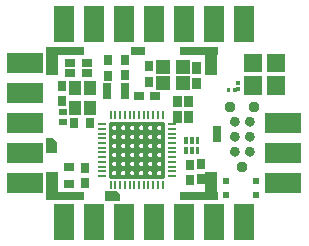
<source format=gts>
G04 DipTrace 2.4.0.2*
%IN3dBBLEnotune.gts*%
%MOMM*%
%ADD10C,0.25*%
%ADD25R,0.9X0.7*%
%ADD47C,0.165*%
%ADD57R,0.762X1.397*%
%ADD58R,1.143X0.762*%
%ADD60C,0.95*%
%ADD66R,0.75X1.45*%
%ADD67R,1.25X1.15*%
%ADD68O,0.25X0.8*%
%ADD69O,0.8X0.25*%
%ADD73R,1.05X2.45*%
%ADD74R,3.18X0.8*%
%ADD75R,0.61X0.62*%
%ADD76R,0.67X0.54*%
%ADD77R,0.8X0.95*%
%ADD78R,2.082X1.75*%
%ADD79R,1.75X2.05*%
%ADD80R,2.05X1.75*%
%ADD81R,1.65X1.75*%
%ADD83R,1.75X2.082*%
%ADD85R,1.75X1.65*%
%ADD86R,0.95X0.8*%
%ADD87R,0.95X0.75*%
%ADD88R,1.05X1.15*%
%ADD89R,0.35X0.3*%
%ADD90R,0.75X0.95*%
%FSLAX53Y53*%
G04*
G71*
G90*
G75*
G01*
%LNTopMask*%
%LPD*%
G36*
X30565Y21245D2*
X28975D1*
Y22835D1*
X30565D1*
Y21245D1*
G37*
G36*
X32505D2*
X30915D1*
Y22835D1*
X32505D1*
Y21245D1*
G37*
G36*
Y23185D2*
X30915D1*
Y24775D1*
X32505D1*
Y23185D1*
G37*
G36*
X30565D2*
X28975D1*
Y24775D1*
X30565D1*
Y23185D1*
G37*
G36*
X25241Y17107D2*
X24941D1*
Y17707D1*
X25241D1*
Y17107D1*
G37*
G36*
X24741D2*
X24441D1*
Y17707D1*
X24741D1*
Y17107D1*
G37*
G36*
X24241D2*
X23941D1*
Y17707D1*
X24241D1*
Y17107D1*
G37*
G36*
Y16257D2*
X23941D1*
Y16857D1*
X24241D1*
Y16257D1*
G37*
G36*
X24741D2*
X24441D1*
Y16857D1*
X24741D1*
Y16257D1*
G37*
G36*
X25241D2*
X24941D1*
Y16857D1*
X25241D1*
Y16257D1*
G37*
G36*
X24585Y24021D2*
X25335D1*
Y23071D1*
X24585D1*
Y24021D1*
G37*
G36*
Y22721D2*
X25335D1*
Y21771D1*
X24585D1*
Y22721D1*
G37*
D90*
X20956Y22380D3*
Y23680D3*
X25329Y15451D3*
Y14151D3*
X18950Y22928D3*
Y24228D3*
X17484Y22888D3*
Y24188D3*
D89*
X28542Y21737D3*
Y22287D3*
D88*
X15967Y20151D3*
Y21851D3*
D87*
X21455Y21212D3*
X20155D3*
G36*
X22999Y19868D2*
X23749D1*
Y18918D1*
X22999D1*
Y19868D1*
G37*
G36*
Y21168D2*
X23749D1*
Y20218D1*
X22999D1*
Y21168D1*
G37*
D90*
X24467Y15335D3*
Y14035D3*
X15523Y13770D3*
Y15070D3*
D88*
X14678Y20194D3*
Y21894D3*
G36*
X27866Y21884D2*
Y21535D1*
X27566D1*
Y21884D1*
X27866D1*
G37*
G36*
X28416D2*
Y21535D1*
X28116D1*
Y21884D1*
X28416D1*
G37*
D25*
X14270Y23962D3*
Y23112D3*
X15720D3*
Y23962D3*
D86*
X14192Y13751D3*
Y15151D3*
D85*
X29050Y26510D3*
X26510D3*
X23970D3*
X21430D3*
X18890D3*
D83*
X29050Y27780D3*
X26510D3*
X23970D3*
X21430D3*
X18890D3*
D81*
X11270Y16350D3*
D80*
X10000D3*
D85*
X16350Y11270D3*
D79*
Y10000D3*
D85*
Y26510D3*
D79*
Y27780D3*
D85*
X13810Y26510D3*
D79*
Y27780D3*
D81*
X11270Y23970D3*
D80*
X10000D3*
D81*
X11270Y21430D3*
D80*
X10000D3*
D81*
X11270Y18890D3*
D80*
X10000D3*
D81*
X31590Y13810D3*
Y16350D3*
Y18890D3*
D78*
X32860Y13810D3*
Y16350D3*
Y18890D3*
D85*
X18890Y11270D3*
D79*
Y10000D3*
D81*
X11270Y13810D3*
D80*
X10000D3*
D85*
X13810Y11270D3*
D79*
Y10000D3*
D85*
X21430Y11270D3*
D79*
Y10000D3*
D85*
X29050Y11270D3*
D79*
Y10000D3*
D85*
X26510Y11270D3*
D79*
Y10000D3*
D85*
X23970Y11270D3*
D79*
Y10000D3*
D77*
X15988Y18911D3*
X14588D3*
D76*
X13675Y18977D3*
Y19837D3*
G36*
X24718Y20217D2*
X23968D1*
Y21167D1*
X24718D1*
Y20217D1*
G37*
G36*
Y18917D2*
X23968D1*
Y19867D1*
X24718D1*
Y18917D1*
G37*
D90*
X13575Y20735D3*
Y22035D3*
D75*
X27506Y13963D3*
Y12803D3*
X30056D3*
Y13963D3*
D74*
X25178Y12743D3*
D73*
X26244Y13568D3*
D74*
X13850Y12743D3*
D73*
X12784Y13568D3*
D74*
X13850Y24993D3*
D73*
X12784Y24168D3*
D74*
X25178Y24993D3*
D73*
X26244Y24168D3*
G36*
X28232Y16892D2*
X28159Y16886D1*
X28089Y16867D1*
X28022Y16836D1*
X27963Y16794D1*
X27911Y16743D1*
X27869Y16683D1*
X27838Y16617D1*
X27819Y16546D1*
X27813Y16474D1*
D1*
X27819Y16401D1*
X27838Y16330D1*
X27869Y16264D1*
X27911Y16204D1*
X27963Y16153D1*
X28022Y16111D1*
X28089Y16080D1*
X28159Y16061D1*
X28232Y16055D1*
D1*
X28305Y16061D1*
X28375Y16080D1*
X28441Y16111D1*
X28501Y16153D1*
X28553Y16204D1*
X28595Y16264D1*
X28625Y16330D1*
X28644Y16401D1*
X28651Y16474D1*
D1*
X28644Y16546D1*
X28625Y16617D1*
X28595Y16683D1*
X28553Y16743D1*
X28501Y16794D1*
X28441Y16836D1*
X28375Y16867D1*
X28305Y16886D1*
X28232Y16892D1*
G37*
G36*
Y18162D2*
X28159Y18156D1*
X28089Y18137D1*
X28022Y18106D1*
X27963Y18064D1*
X27911Y18013D1*
X27869Y17953D1*
X27838Y17887D1*
X27819Y17816D1*
X27813Y17744D1*
D1*
X27819Y17671D1*
X27838Y17600D1*
X27869Y17534D1*
X27911Y17474D1*
X27963Y17423D1*
X28022Y17381D1*
X28089Y17350D1*
X28159Y17331D1*
X28232Y17325D1*
D1*
X28305Y17331D1*
X28375Y17350D1*
X28441Y17381D1*
X28501Y17423D1*
X28553Y17474D1*
X28595Y17534D1*
X28625Y17600D1*
X28644Y17671D1*
X28651Y17744D1*
D1*
X28644Y17816D1*
X28625Y17887D1*
X28595Y17953D1*
X28553Y18013D1*
X28501Y18064D1*
X28441Y18106D1*
X28375Y18137D1*
X28305Y18156D1*
X28232Y18162D1*
G37*
G36*
Y19432D2*
X28159Y19426D1*
X28089Y19407D1*
X28022Y19376D1*
X27963Y19334D1*
X27911Y19283D1*
X27869Y19223D1*
X27838Y19157D1*
X27819Y19086D1*
X27813Y19014D1*
D1*
X27819Y18941D1*
X27838Y18870D1*
X27869Y18804D1*
X27911Y18744D1*
X27963Y18693D1*
X28022Y18651D1*
X28089Y18620D1*
X28159Y18601D1*
X28232Y18595D1*
D1*
X28305Y18601D1*
X28375Y18620D1*
X28441Y18651D1*
X28501Y18693D1*
X28553Y18744D1*
X28595Y18804D1*
X28625Y18870D1*
X28644Y18941D1*
X28651Y19014D1*
D1*
X28644Y19086D1*
X28625Y19157D1*
X28595Y19223D1*
X28553Y19283D1*
X28501Y19334D1*
X28441Y19376D1*
X28375Y19407D1*
X28305Y19426D1*
X28232Y19432D1*
G37*
G36*
X29502D2*
X29429Y19426D1*
X29359Y19407D1*
X29292Y19376D1*
X29233Y19334D1*
X29181Y19283D1*
X29139Y19223D1*
X29108Y19157D1*
X29089Y19086D1*
X29083Y19014D1*
D1*
X29089Y18941D1*
X29108Y18870D1*
X29139Y18804D1*
X29181Y18744D1*
X29233Y18693D1*
X29292Y18651D1*
X29359Y18620D1*
X29429Y18601D1*
X29502Y18595D1*
D1*
X29575Y18601D1*
X29645Y18620D1*
X29711Y18651D1*
X29771Y18693D1*
X29823Y18744D1*
X29865Y18804D1*
X29895Y18870D1*
X29914Y18941D1*
X29921Y19014D1*
D1*
X29914Y19086D1*
X29895Y19157D1*
X29865Y19223D1*
X29823Y19283D1*
X29771Y19334D1*
X29711Y19376D1*
X29645Y19407D1*
X29575Y19426D1*
X29502Y19432D1*
G37*
G36*
Y18162D2*
X29429Y18156D1*
X29359Y18137D1*
X29292Y18106D1*
X29233Y18064D1*
X29181Y18013D1*
X29139Y17953D1*
X29108Y17887D1*
X29089Y17816D1*
X29083Y17744D1*
D1*
X29089Y17671D1*
X29108Y17600D1*
X29139Y17534D1*
X29181Y17474D1*
X29233Y17423D1*
X29292Y17381D1*
X29359Y17350D1*
X29429Y17331D1*
X29502Y17325D1*
D1*
X29575Y17331D1*
X29645Y17350D1*
X29711Y17381D1*
X29771Y17423D1*
X29823Y17474D1*
X29865Y17534D1*
X29895Y17600D1*
X29914Y17671D1*
X29921Y17744D1*
D1*
X29914Y17816D1*
X29895Y17887D1*
X29865Y17953D1*
X29823Y18013D1*
X29771Y18064D1*
X29711Y18106D1*
X29645Y18137D1*
X29575Y18156D1*
X29502Y18162D1*
G37*
G36*
Y16892D2*
X29429Y16886D1*
X29359Y16867D1*
X29292Y16836D1*
X29233Y16794D1*
X29181Y16743D1*
X29139Y16683D1*
X29108Y16617D1*
X29089Y16546D1*
X29083Y16474D1*
D1*
X29089Y16401D1*
X29108Y16330D1*
X29139Y16264D1*
X29181Y16204D1*
X29233Y16153D1*
X29292Y16111D1*
X29359Y16080D1*
X29429Y16061D1*
X29502Y16055D1*
D1*
X29575Y16061D1*
X29645Y16080D1*
X29711Y16111D1*
X29771Y16153D1*
X29823Y16204D1*
X29865Y16264D1*
X29895Y16330D1*
X29914Y16401D1*
X29921Y16474D1*
D1*
X29914Y16546D1*
X29895Y16617D1*
X29865Y16683D1*
X29823Y16743D1*
X29771Y16794D1*
X29711Y16836D1*
X29645Y16867D1*
X29575Y16886D1*
X29502Y16892D1*
G37*
D60*
X28867Y15204D3*
X27851Y20284D3*
X29883D3*
X20800Y16974D2*
D47*
Y16994D1*
X20802Y17013D1*
X20806Y17032D1*
X20810Y17051D1*
X20816Y17070D1*
X20823Y17088D1*
X20831Y17105D1*
X20840Y17122D1*
X20851Y17138D1*
X20862Y17154D1*
X20875Y17168D1*
X20888Y17182D1*
X20902Y17194D1*
X20917Y17206D1*
X20933Y17216D1*
X20949Y17225D1*
X20966Y17233D1*
X20984Y17240D1*
X21002Y17245D1*
X21020Y17249D1*
X21038Y17252D1*
X21057Y17253D1*
X21076D1*
X21094Y17252D1*
X21113Y17249D1*
X21131Y17245D1*
X21149Y17240D1*
X21166Y17233D1*
X21183Y17225D1*
X21199Y17216D1*
X21215Y17206D1*
X21230Y17194D1*
X21245Y17182D1*
X21258Y17168D1*
X21270Y17154D1*
X21282Y17138D1*
X21292Y17122D1*
X21302Y17105D1*
X21310Y17088D1*
X21317Y17070D1*
X21322Y17051D1*
X21327Y17032D1*
X21330Y17013D1*
X21332Y16994D1*
X21333Y16974D1*
X21332Y16955D1*
X21330Y16935D1*
X21327Y16916D1*
X21322Y16897D1*
X21317Y16879D1*
X21310Y16861D1*
X21302Y16843D1*
X21292Y16826D1*
X21282Y16810D1*
X21270Y16795D1*
X21258Y16780D1*
X21245Y16767D1*
X21230Y16754D1*
X21215Y16743D1*
X21199Y16733D1*
X21183Y16723D1*
X21166Y16716D1*
X21149Y16709D1*
X21131Y16704D1*
X21113Y16699D1*
X21094Y16697D1*
X21076Y16695D1*
X21057D1*
X21038Y16697D1*
X21020Y16699D1*
X21002Y16704D1*
X20984Y16709D1*
X20966Y16716D1*
X20949Y16723D1*
X20933Y16733D1*
X20917Y16743D1*
X20902Y16754D1*
X20888Y16767D1*
X20875Y16780D1*
X20862Y16795D1*
X20851Y16810D1*
X20840Y16826D1*
X20831Y16843D1*
X20823Y16861D1*
X20816Y16879D1*
X20810Y16897D1*
X20806Y16916D1*
X20802Y16935D1*
X20800Y16955D1*
Y16974D1*
X21560Y16978D2*
Y16997D1*
X21562Y17017D1*
X21566Y17036D1*
X21570Y17055D1*
X21576Y17074D1*
X21583Y17092D1*
X21591Y17109D1*
X21600Y17126D1*
X21611Y17142D1*
X21622Y17158D1*
X21635Y17172D1*
X21648Y17186D1*
X21662Y17198D1*
X21677Y17210D1*
X21693Y17220D1*
X21710Y17229D1*
X21727Y17237D1*
X21744Y17244D1*
X21762Y17249D1*
X21780Y17253D1*
X21799Y17256D1*
X21817Y17257D1*
X21836D1*
X21854Y17256D1*
X21873Y17253D1*
X21891Y17249D1*
X21909Y17244D1*
X21927Y17237D1*
X21944Y17229D1*
X21960Y17220D1*
X21976Y17210D1*
X21991Y17198D1*
X22005Y17186D1*
X22019Y17172D1*
X22031Y17158D1*
X22042Y17142D1*
X22053Y17126D1*
X22062Y17109D1*
X22070Y17092D1*
X22077Y17074D1*
X22083Y17055D1*
X22088Y17036D1*
X22091Y17017D1*
X22093Y16997D1*
Y16978D1*
Y16958D1*
X22091Y16939D1*
X22088Y16920D1*
X22083Y16901D1*
X22077Y16882D1*
X22070Y16864D1*
X22062Y16847D1*
X22053Y16830D1*
X22042Y16814D1*
X22031Y16798D1*
X22019Y16784D1*
X22005Y16770D1*
X21991Y16758D1*
X21976Y16746D1*
X21960Y16736D1*
X21944Y16727D1*
X21927Y16719D1*
X21909Y16712D1*
X21891Y16707D1*
X21873Y16703D1*
X21854Y16700D1*
X21836Y16699D1*
X21817D1*
X21799Y16700D1*
X21780Y16703D1*
X21762Y16707D1*
X21744Y16712D1*
X21727Y16719D1*
X21710Y16727D1*
X21693Y16736D1*
X21677Y16746D1*
X21662Y16758D1*
X21648Y16770D1*
X21635Y16784D1*
X21622Y16798D1*
X21611Y16814D1*
X21600Y16830D1*
X21591Y16847D1*
X21583Y16864D1*
X21576Y16882D1*
X21570Y16901D1*
X21566Y16920D1*
X21562Y16939D1*
X21560Y16958D1*
Y16978D1*
X19277Y16974D2*
X19278Y16994D1*
X19279Y17013D1*
X19283Y17032D1*
X19287Y17051D1*
X19293Y17070D1*
X19300Y17088D1*
X19308Y17105D1*
X19317Y17122D1*
X19328Y17138D1*
X19339Y17154D1*
X19352Y17168D1*
X19365Y17182D1*
X19379Y17194D1*
X19394Y17206D1*
X19410Y17216D1*
X19427Y17225D1*
X19444Y17233D1*
X19461Y17240D1*
X19479Y17245D1*
X19497Y17249D1*
X19516Y17252D1*
X19534Y17253D1*
X19553D1*
X19571Y17252D1*
X19590Y17249D1*
X19608Y17245D1*
X19626Y17240D1*
X19643Y17233D1*
X19660Y17225D1*
X19677Y17216D1*
X19692Y17206D1*
X19707Y17194D1*
X19722Y17182D1*
X19735Y17168D1*
X19748Y17154D1*
X19759Y17138D1*
X19769Y17122D1*
X19779Y17105D1*
X19787Y17088D1*
X19794Y17070D1*
X19800Y17051D1*
X19804Y17032D1*
X19807Y17013D1*
X19809Y16994D1*
X19810Y16974D1*
X19809Y16955D1*
X19807Y16935D1*
X19804Y16916D1*
X19800Y16897D1*
X19794Y16879D1*
X19787Y16861D1*
X19779Y16843D1*
X19769Y16826D1*
X19759Y16810D1*
X19748Y16795D1*
X19735Y16780D1*
X19722Y16767D1*
X19707Y16754D1*
X19692Y16743D1*
X19677Y16733D1*
X19660Y16723D1*
X19643Y16716D1*
X19626Y16709D1*
X19608Y16704D1*
X19590Y16699D1*
X19571Y16697D1*
X19553Y16695D1*
X19534D1*
X19516Y16697D1*
X19497Y16699D1*
X19479Y16704D1*
X19461Y16709D1*
X19444Y16716D1*
X19427Y16723D1*
X19410Y16733D1*
X19394Y16743D1*
X19379Y16754D1*
X19365Y16767D1*
X19352Y16780D1*
X19339Y16795D1*
X19328Y16810D1*
X19317Y16826D1*
X19308Y16843D1*
X19300Y16861D1*
X19293Y16879D1*
X19287Y16897D1*
X19283Y16916D1*
X19279Y16935D1*
X19278Y16955D1*
X19277Y16974D1*
X20036Y16978D2*
X20037Y16997D1*
X20039Y17017D1*
X20042Y17036D1*
X20046Y17055D1*
X20052Y17074D1*
X20059Y17092D1*
X20067Y17109D1*
X20077Y17126D1*
X20087Y17142D1*
X20099Y17158D1*
X20111Y17172D1*
X20124Y17186D1*
X20139Y17198D1*
X20154Y17210D1*
X20170Y17220D1*
X20186Y17229D1*
X20203Y17237D1*
X20221Y17244D1*
X20238Y17249D1*
X20257Y17253D1*
X20275Y17256D1*
X20294Y17257D1*
X20312D1*
X20331Y17256D1*
X20349Y17253D1*
X20368Y17249D1*
X20385Y17244D1*
X20403Y17237D1*
X20420Y17229D1*
X20436Y17220D1*
X20452Y17210D1*
X20467Y17198D1*
X20482Y17186D1*
X20495Y17172D1*
X20507Y17158D1*
X20519Y17142D1*
X20529Y17126D1*
X20539Y17109D1*
X20547Y17092D1*
X20554Y17074D1*
X20560Y17055D1*
X20564Y17036D1*
X20567Y17017D1*
X20569Y16997D1*
X20570Y16978D1*
X20569Y16958D1*
X20567Y16939D1*
X20564Y16920D1*
X20560Y16901D1*
X20554Y16882D1*
X20547Y16864D1*
X20539Y16847D1*
X20529Y16830D1*
X20519Y16814D1*
X20507Y16798D1*
X20495Y16784D1*
X20482Y16770D1*
X20467Y16758D1*
X20452Y16746D1*
X20436Y16736D1*
X20420Y16727D1*
X20403Y16719D1*
X20385Y16712D1*
X20368Y16707D1*
X20349Y16703D1*
X20331Y16700D1*
X20312Y16699D1*
X20294D1*
X20275Y16700D1*
X20257Y16703D1*
X20238Y16707D1*
X20221Y16712D1*
X20203Y16719D1*
X20186Y16727D1*
X20170Y16736D1*
X20154Y16746D1*
X20139Y16758D1*
X20124Y16770D1*
X20111Y16784D1*
X20099Y16798D1*
X20087Y16814D1*
X20077Y16830D1*
X20067Y16847D1*
X20059Y16864D1*
X20052Y16882D1*
X20046Y16901D1*
X20042Y16920D1*
X20039Y16939D1*
X20037Y16958D1*
X20036Y16978D1*
X18513D2*
Y16997D1*
X18515Y17017D1*
X18518Y17036D1*
X18523Y17055D1*
X18529Y17074D1*
X18536Y17092D1*
X18544Y17109D1*
X18553Y17126D1*
X18564Y17142D1*
X18575Y17158D1*
X18587Y17172D1*
X18601Y17186D1*
X18615Y17198D1*
X18630Y17210D1*
X18646Y17220D1*
X18662Y17229D1*
X18679Y17237D1*
X18697Y17244D1*
X18715Y17249D1*
X18733Y17253D1*
X18752Y17256D1*
X18770Y17257D1*
X18789D1*
X18807Y17256D1*
X18826Y17253D1*
X18844Y17249D1*
X18862Y17244D1*
X18879Y17237D1*
X18896Y17229D1*
X18913Y17220D1*
X18929Y17210D1*
X18944Y17198D1*
X18958Y17186D1*
X18971Y17172D1*
X18984Y17158D1*
X18995Y17142D1*
X19006Y17126D1*
X19015Y17109D1*
X19023Y17092D1*
X19030Y17074D1*
X19036Y17055D1*
X19040Y17036D1*
X19044Y17017D1*
X19046Y16997D1*
Y16978D1*
Y16958D1*
X19044Y16939D1*
X19040Y16920D1*
X19036Y16901D1*
X19030Y16882D1*
X19023Y16864D1*
X19015Y16847D1*
X19006Y16830D1*
X18995Y16814D1*
X18984Y16798D1*
X18971Y16784D1*
X18958Y16770D1*
X18944Y16758D1*
X18929Y16746D1*
X18913Y16736D1*
X18896Y16727D1*
X18879Y16719D1*
X18862Y16712D1*
X18844Y16707D1*
X18826Y16703D1*
X18807Y16700D1*
X18789Y16699D1*
X18770D1*
X18752Y16700D1*
X18733Y16703D1*
X18715Y16707D1*
X18697Y16712D1*
X18679Y16719D1*
X18662Y16727D1*
X18646Y16736D1*
X18630Y16746D1*
X18615Y16758D1*
X18601Y16770D1*
X18587Y16784D1*
X18575Y16798D1*
X18564Y16814D1*
X18553Y16830D1*
X18544Y16847D1*
X18536Y16864D1*
X18529Y16882D1*
X18523Y16901D1*
X18518Y16920D1*
X18515Y16939D1*
X18513Y16958D1*
Y16978D1*
X17750D2*
Y16997D1*
X17752Y17017D1*
X17756Y17036D1*
X17760Y17055D1*
X17766Y17074D1*
X17773Y17092D1*
X17781Y17109D1*
X17790Y17126D1*
X17801Y17142D1*
X17812Y17158D1*
X17824Y17172D1*
X17838Y17186D1*
X17852Y17198D1*
X17867Y17210D1*
X17883Y17220D1*
X17899Y17229D1*
X17916Y17237D1*
X17934Y17244D1*
X17952Y17249D1*
X17970Y17253D1*
X17988Y17256D1*
X18007Y17257D1*
X18025D1*
X18044Y17256D1*
X18062Y17253D1*
X18081Y17249D1*
X18099Y17244D1*
X18116Y17237D1*
X18133Y17229D1*
X18149Y17220D1*
X18165Y17210D1*
X18180Y17198D1*
X18195Y17186D1*
X18208Y17172D1*
X18220Y17158D1*
X18232Y17142D1*
X18242Y17126D1*
X18251Y17109D1*
X18260Y17092D1*
X18267Y17074D1*
X18272Y17055D1*
X18277Y17036D1*
X18280Y17017D1*
X18282Y16997D1*
X18283Y16978D1*
X18282Y16958D1*
X18280Y16939D1*
X18277Y16920D1*
X18272Y16901D1*
X18267Y16882D1*
X18260Y16864D1*
X18251Y16847D1*
X18242Y16830D1*
X18232Y16814D1*
X18220Y16798D1*
X18208Y16784D1*
X18195Y16770D1*
X18180Y16758D1*
X18165Y16746D1*
X18149Y16736D1*
X18133Y16727D1*
X18116Y16719D1*
X18099Y16712D1*
X18081Y16707D1*
X18062Y16703D1*
X18044Y16700D1*
X18025Y16699D1*
X18007D1*
X17988Y16700D1*
X17970Y16703D1*
X17952Y16707D1*
X17934Y16712D1*
X17916Y16719D1*
X17899Y16727D1*
X17883Y16736D1*
X17867Y16746D1*
X17852Y16758D1*
X17838Y16770D1*
X17824Y16784D1*
X17812Y16798D1*
X17801Y16814D1*
X17790Y16830D1*
X17781Y16847D1*
X17773Y16864D1*
X17766Y16882D1*
X17760Y16901D1*
X17756Y16920D1*
X17752Y16939D1*
X17750Y16958D1*
Y16978D1*
X20800Y16208D2*
Y16227D1*
X20802Y16247D1*
X20806Y16266D1*
X20810Y16285D1*
X20816Y16303D1*
X20823Y16322D1*
X20831Y16339D1*
X20840Y16356D1*
X20851Y16372D1*
X20862Y16388D1*
X20875Y16402D1*
X20888Y16416D1*
X20902Y16428D1*
X20917Y16440D1*
X20933Y16450D1*
X20949Y16459D1*
X20966Y16467D1*
X20984Y16474D1*
X21002Y16479D1*
X21020Y16483D1*
X21038Y16486D1*
X21057Y16487D1*
X21076D1*
X21094Y16486D1*
X21113Y16483D1*
X21131Y16479D1*
X21149Y16474D1*
X21166Y16467D1*
X21183Y16459D1*
X21199Y16450D1*
X21215Y16440D1*
X21230Y16428D1*
X21245Y16416D1*
X21258Y16402D1*
X21270Y16388D1*
X21282Y16372D1*
X21292Y16356D1*
X21302Y16339D1*
X21310Y16322D1*
X21317Y16303D1*
X21322Y16285D1*
X21327Y16266D1*
X21330Y16247D1*
X21332Y16227D1*
X21333Y16208D1*
X21332Y16188D1*
X21330Y16169D1*
X21327Y16150D1*
X21322Y16131D1*
X21317Y16112D1*
X21310Y16094D1*
X21302Y16076D1*
X21292Y16060D1*
X21282Y16043D1*
X21270Y16028D1*
X21258Y16014D1*
X21245Y16000D1*
X21230Y15987D1*
X21215Y15976D1*
X21199Y15966D1*
X21183Y15956D1*
X21166Y15948D1*
X21149Y15942D1*
X21131Y15936D1*
X21113Y15932D1*
X21094Y15930D1*
X21076Y15928D1*
X21057D1*
X21038Y15930D1*
X21020Y15932D1*
X21002Y15936D1*
X20984Y15942D1*
X20966Y15948D1*
X20949Y15956D1*
X20933Y15966D1*
X20917Y15976D1*
X20902Y15987D1*
X20888Y16000D1*
X20875Y16014D1*
X20862Y16028D1*
X20851Y16043D1*
X20840Y16060D1*
X20831Y16076D1*
X20823Y16094D1*
X20816Y16112D1*
X20810Y16131D1*
X20806Y16150D1*
X20802Y16169D1*
X20800Y16188D1*
Y16208D1*
X21560Y16211D2*
Y16231D1*
X21562Y16250D1*
X21566Y16269D1*
X21570Y16288D1*
X21576Y16307D1*
X21583Y16325D1*
X21591Y16342D1*
X21600Y16359D1*
X21611Y16376D1*
X21622Y16391D1*
X21635Y16405D1*
X21648Y16419D1*
X21662Y16432D1*
X21677Y16443D1*
X21693Y16453D1*
X21710Y16463D1*
X21727Y16471D1*
X21744Y16477D1*
X21762Y16483D1*
X21780Y16487D1*
X21799Y16489D1*
X21817Y16491D1*
X21836D1*
X21854Y16489D1*
X21873Y16487D1*
X21891Y16483D1*
X21909Y16477D1*
X21927Y16471D1*
X21944Y16463D1*
X21960Y16453D1*
X21976Y16443D1*
X21991Y16432D1*
X22005Y16419D1*
X22019Y16405D1*
X22031Y16391D1*
X22042Y16376D1*
X22053Y16359D1*
X22062Y16342D1*
X22070Y16325D1*
X22077Y16307D1*
X22083Y16288D1*
X22088Y16269D1*
X22091Y16250D1*
X22093Y16231D1*
Y16211D1*
Y16192D1*
X22091Y16172D1*
X22088Y16153D1*
X22083Y16134D1*
X22077Y16115D1*
X22070Y16097D1*
X22062Y16080D1*
X22053Y16063D1*
X22042Y16047D1*
X22031Y16031D1*
X22019Y16017D1*
X22005Y16003D1*
X21991Y15991D1*
X21976Y15979D1*
X21960Y15969D1*
X21944Y15960D1*
X21927Y15952D1*
X21909Y15945D1*
X21891Y15940D1*
X21873Y15936D1*
X21854Y15933D1*
X21836Y15932D1*
X21817D1*
X21799Y15933D1*
X21780Y15936D1*
X21762Y15940D1*
X21744Y15945D1*
X21727Y15952D1*
X21710Y15960D1*
X21693Y15969D1*
X21677Y15979D1*
X21662Y15991D1*
X21648Y16003D1*
X21635Y16017D1*
X21622Y16031D1*
X21611Y16047D1*
X21600Y16063D1*
X21591Y16080D1*
X21583Y16097D1*
X21576Y16115D1*
X21570Y16134D1*
X21566Y16153D1*
X21562Y16172D1*
X21560Y16192D1*
Y16211D1*
X19277Y16208D2*
X19278Y16227D1*
X19279Y16247D1*
X19283Y16266D1*
X19287Y16285D1*
X19293Y16303D1*
X19300Y16322D1*
X19308Y16339D1*
X19317Y16356D1*
X19328Y16372D1*
X19339Y16388D1*
X19352Y16402D1*
X19365Y16416D1*
X19379Y16428D1*
X19394Y16440D1*
X19410Y16450D1*
X19427Y16459D1*
X19444Y16467D1*
X19461Y16474D1*
X19479Y16479D1*
X19497Y16483D1*
X19516Y16486D1*
X19534Y16487D1*
X19553D1*
X19571Y16486D1*
X19590Y16483D1*
X19608Y16479D1*
X19626Y16474D1*
X19643Y16467D1*
X19660Y16459D1*
X19677Y16450D1*
X19692Y16440D1*
X19707Y16428D1*
X19722Y16416D1*
X19735Y16402D1*
X19748Y16388D1*
X19759Y16372D1*
X19769Y16356D1*
X19779Y16339D1*
X19787Y16322D1*
X19794Y16303D1*
X19800Y16285D1*
X19804Y16266D1*
X19807Y16247D1*
X19809Y16227D1*
X19810Y16208D1*
X19809Y16188D1*
X19807Y16169D1*
X19804Y16150D1*
X19800Y16131D1*
X19794Y16112D1*
X19787Y16094D1*
X19779Y16076D1*
X19769Y16060D1*
X19759Y16043D1*
X19748Y16028D1*
X19735Y16014D1*
X19722Y16000D1*
X19707Y15987D1*
X19692Y15976D1*
X19677Y15966D1*
X19660Y15956D1*
X19643Y15948D1*
X19626Y15942D1*
X19608Y15936D1*
X19590Y15932D1*
X19571Y15930D1*
X19553Y15928D1*
X19534D1*
X19516Y15930D1*
X19497Y15932D1*
X19479Y15936D1*
X19461Y15942D1*
X19444Y15948D1*
X19427Y15956D1*
X19410Y15966D1*
X19394Y15976D1*
X19379Y15987D1*
X19365Y16000D1*
X19352Y16014D1*
X19339Y16028D1*
X19328Y16043D1*
X19317Y16060D1*
X19308Y16076D1*
X19300Y16094D1*
X19293Y16112D1*
X19287Y16131D1*
X19283Y16150D1*
X19279Y16169D1*
X19278Y16188D1*
X19277Y16208D1*
X20036Y16211D2*
X20037Y16231D1*
X20039Y16250D1*
X20042Y16269D1*
X20046Y16288D1*
X20052Y16307D1*
X20059Y16325D1*
X20067Y16342D1*
X20077Y16359D1*
X20087Y16376D1*
X20099Y16391D1*
X20111Y16405D1*
X20124Y16419D1*
X20139Y16432D1*
X20154Y16443D1*
X20170Y16453D1*
X20186Y16463D1*
X20203Y16471D1*
X20221Y16477D1*
X20238Y16483D1*
X20257Y16487D1*
X20275Y16489D1*
X20294Y16491D1*
X20312D1*
X20331Y16489D1*
X20349Y16487D1*
X20368Y16483D1*
X20385Y16477D1*
X20403Y16471D1*
X20420Y16463D1*
X20436Y16453D1*
X20452Y16443D1*
X20467Y16432D1*
X20482Y16419D1*
X20495Y16405D1*
X20507Y16391D1*
X20519Y16376D1*
X20529Y16359D1*
X20539Y16342D1*
X20547Y16325D1*
X20554Y16307D1*
X20560Y16288D1*
X20564Y16269D1*
X20567Y16250D1*
X20569Y16231D1*
X20570Y16211D1*
X20569Y16192D1*
X20567Y16172D1*
X20564Y16153D1*
X20560Y16134D1*
X20554Y16115D1*
X20547Y16097D1*
X20539Y16080D1*
X20529Y16063D1*
X20519Y16047D1*
X20507Y16031D1*
X20495Y16017D1*
X20482Y16003D1*
X20467Y15991D1*
X20452Y15979D1*
X20436Y15969D1*
X20420Y15960D1*
X20403Y15952D1*
X20385Y15945D1*
X20368Y15940D1*
X20349Y15936D1*
X20331Y15933D1*
X20312Y15932D1*
X20294D1*
X20275Y15933D1*
X20257Y15936D1*
X20238Y15940D1*
X20221Y15945D1*
X20203Y15952D1*
X20186Y15960D1*
X20170Y15969D1*
X20154Y15979D1*
X20139Y15991D1*
X20124Y16003D1*
X20111Y16017D1*
X20099Y16031D1*
X20087Y16047D1*
X20077Y16063D1*
X20067Y16080D1*
X20059Y16097D1*
X20052Y16115D1*
X20046Y16134D1*
X20042Y16153D1*
X20039Y16172D1*
X20037Y16192D1*
X20036Y16211D1*
X18513D2*
Y16231D1*
X18515Y16250D1*
X18518Y16269D1*
X18523Y16288D1*
X18529Y16307D1*
X18536Y16325D1*
X18544Y16342D1*
X18553Y16359D1*
X18564Y16376D1*
X18575Y16391D1*
X18587Y16405D1*
X18601Y16419D1*
X18615Y16432D1*
X18630Y16443D1*
X18646Y16453D1*
X18662Y16463D1*
X18679Y16471D1*
X18697Y16477D1*
X18715Y16483D1*
X18733Y16487D1*
X18752Y16489D1*
X18770Y16491D1*
X18789D1*
X18807Y16489D1*
X18826Y16487D1*
X18844Y16483D1*
X18862Y16477D1*
X18879Y16471D1*
X18896Y16463D1*
X18913Y16453D1*
X18929Y16443D1*
X18944Y16432D1*
X18958Y16419D1*
X18971Y16405D1*
X18984Y16391D1*
X18995Y16376D1*
X19006Y16359D1*
X19015Y16342D1*
X19023Y16325D1*
X19030Y16307D1*
X19036Y16288D1*
X19040Y16269D1*
X19044Y16250D1*
X19046Y16231D1*
Y16211D1*
Y16192D1*
X19044Y16172D1*
X19040Y16153D1*
X19036Y16134D1*
X19030Y16115D1*
X19023Y16097D1*
X19015Y16080D1*
X19006Y16063D1*
X18995Y16047D1*
X18984Y16031D1*
X18971Y16017D1*
X18958Y16003D1*
X18944Y15991D1*
X18929Y15979D1*
X18913Y15969D1*
X18896Y15960D1*
X18879Y15952D1*
X18862Y15945D1*
X18844Y15940D1*
X18826Y15936D1*
X18807Y15933D1*
X18789Y15932D1*
X18770D1*
X18752Y15933D1*
X18733Y15936D1*
X18715Y15940D1*
X18697Y15945D1*
X18679Y15952D1*
X18662Y15960D1*
X18646Y15969D1*
X18630Y15979D1*
X18615Y15991D1*
X18601Y16003D1*
X18587Y16017D1*
X18575Y16031D1*
X18564Y16047D1*
X18553Y16063D1*
X18544Y16080D1*
X18536Y16097D1*
X18529Y16115D1*
X18523Y16134D1*
X18518Y16153D1*
X18515Y16172D1*
X18513Y16192D1*
Y16211D1*
X17750D2*
Y16231D1*
X17752Y16250D1*
X17756Y16269D1*
X17760Y16288D1*
X17766Y16307D1*
X17773Y16325D1*
X17781Y16342D1*
X17790Y16359D1*
X17801Y16376D1*
X17812Y16391D1*
X17824Y16405D1*
X17838Y16419D1*
X17852Y16432D1*
X17867Y16443D1*
X17883Y16453D1*
X17899Y16463D1*
X17916Y16471D1*
X17934Y16477D1*
X17952Y16483D1*
X17970Y16487D1*
X17988Y16489D1*
X18007Y16491D1*
X18025D1*
X18044Y16489D1*
X18062Y16487D1*
X18081Y16483D1*
X18099Y16477D1*
X18116Y16471D1*
X18133Y16463D1*
X18149Y16453D1*
X18165Y16443D1*
X18180Y16432D1*
X18195Y16419D1*
X18208Y16405D1*
X18220Y16391D1*
X18232Y16376D1*
X18242Y16359D1*
X18251Y16342D1*
X18260Y16325D1*
X18267Y16307D1*
X18272Y16288D1*
X18277Y16269D1*
X18280Y16250D1*
X18282Y16231D1*
X18283Y16211D1*
X18282Y16192D1*
X18280Y16172D1*
X18277Y16153D1*
X18272Y16134D1*
X18267Y16115D1*
X18260Y16097D1*
X18251Y16080D1*
X18242Y16063D1*
X18232Y16047D1*
X18220Y16031D1*
X18208Y16017D1*
X18195Y16003D1*
X18180Y15991D1*
X18165Y15979D1*
X18149Y15969D1*
X18133Y15960D1*
X18116Y15952D1*
X18099Y15945D1*
X18081Y15940D1*
X18062Y15936D1*
X18044Y15933D1*
X18025Y15932D1*
X18007D1*
X17988Y15933D1*
X17970Y15936D1*
X17952Y15940D1*
X17934Y15945D1*
X17916Y15952D1*
X17899Y15960D1*
X17883Y15969D1*
X17867Y15979D1*
X17852Y15991D1*
X17838Y16003D1*
X17824Y16017D1*
X17812Y16031D1*
X17801Y16047D1*
X17790Y16063D1*
X17781Y16080D1*
X17773Y16097D1*
X17766Y16115D1*
X17760Y16134D1*
X17756Y16153D1*
X17752Y16172D1*
X17750Y16192D1*
Y16211D1*
X20803Y17738D2*
Y17757D1*
X20805Y17777D1*
X20808Y17796D1*
X20813Y17815D1*
X20819Y17833D1*
X20826Y17851D1*
X20834Y17869D1*
X20843Y17886D1*
X20854Y17902D1*
X20865Y17917D1*
X20877Y17932D1*
X20891Y17945D1*
X20905Y17958D1*
X20920Y17969D1*
X20936Y17980D1*
X20952Y17989D1*
X20969Y17997D1*
X20987Y18003D1*
X21005Y18009D1*
X21023Y18013D1*
X21042Y18016D1*
X21060Y18017D1*
X21079D1*
X21097Y18016D1*
X21116Y18013D1*
X21134Y18009D1*
X21152Y18003D1*
X21169Y17997D1*
X21186Y17989D1*
X21203Y17980D1*
X21219Y17969D1*
X21234Y17958D1*
X21248Y17945D1*
X21261Y17932D1*
X21274Y17917D1*
X21285Y17902D1*
X21296Y17886D1*
X21305Y17869D1*
X21313Y17851D1*
X21320Y17833D1*
X21326Y17815D1*
X21330Y17796D1*
X21334Y17777D1*
X21336Y17757D1*
Y17738D1*
Y17718D1*
X21334Y17699D1*
X21330Y17680D1*
X21326Y17661D1*
X21320Y17642D1*
X21313Y17624D1*
X21305Y17607D1*
X21296Y17590D1*
X21285Y17574D1*
X21274Y17558D1*
X21261Y17544D1*
X21248Y17530D1*
X21234Y17518D1*
X21219Y17506D1*
X21203Y17496D1*
X21186Y17487D1*
X21169Y17479D1*
X21152Y17472D1*
X21134Y17467D1*
X21116Y17463D1*
X21097Y17460D1*
X21079Y17459D1*
X21060D1*
X21042Y17460D1*
X21023Y17463D1*
X21005Y17467D1*
X20987Y17472D1*
X20969Y17479D1*
X20952Y17487D1*
X20936Y17496D1*
X20920Y17506D1*
X20905Y17518D1*
X20891Y17530D1*
X20877Y17544D1*
X20865Y17558D1*
X20854Y17574D1*
X20843Y17590D1*
X20834Y17607D1*
X20826Y17624D1*
X20819Y17642D1*
X20813Y17661D1*
X20808Y17680D1*
X20805Y17699D1*
X20803Y17718D1*
Y17738D1*
X21563Y17741D2*
X21564Y17761D1*
X21566Y17780D1*
X21569Y17799D1*
X21574Y17818D1*
X21579Y17837D1*
X21586Y17855D1*
X21595Y17872D1*
X21604Y17889D1*
X21614Y17905D1*
X21626Y17921D1*
X21638Y17935D1*
X21651Y17949D1*
X21666Y17961D1*
X21681Y17973D1*
X21697Y17983D1*
X21713Y17992D1*
X21730Y18000D1*
X21747Y18007D1*
X21765Y18012D1*
X21784Y18016D1*
X21802Y18019D1*
X21821Y18020D1*
X21839D1*
X21858Y18019D1*
X21876Y18016D1*
X21894Y18012D1*
X21912Y18007D1*
X21930Y18000D1*
X21947Y17992D1*
X21963Y17983D1*
X21979Y17973D1*
X21994Y17961D1*
X22008Y17949D1*
X22022Y17935D1*
X22034Y17921D1*
X22045Y17905D1*
X22056Y17889D1*
X22065Y17872D1*
X22073Y17855D1*
X22080Y17837D1*
X22086Y17818D1*
X22090Y17799D1*
X22094Y17780D1*
X22096Y17761D1*
Y17741D1*
Y17722D1*
X22094Y17702D1*
X22090Y17683D1*
X22086Y17664D1*
X22080Y17646D1*
X22073Y17627D1*
X22065Y17610D1*
X22056Y17593D1*
X22045Y17577D1*
X22034Y17562D1*
X22022Y17547D1*
X22008Y17533D1*
X21994Y17521D1*
X21979Y17509D1*
X21963Y17499D1*
X21947Y17490D1*
X21930Y17482D1*
X21912Y17475D1*
X21894Y17470D1*
X21876Y17466D1*
X21858Y17463D1*
X21839Y17462D1*
X21821D1*
X21802Y17463D1*
X21784Y17466D1*
X21765Y17470D1*
X21747Y17475D1*
X21730Y17482D1*
X21713Y17490D1*
X21697Y17499D1*
X21681Y17509D1*
X21666Y17521D1*
X21651Y17533D1*
X21638Y17547D1*
X21626Y17562D1*
X21614Y17577D1*
X21604Y17593D1*
X21595Y17610D1*
X21586Y17627D1*
X21579Y17646D1*
X21574Y17664D1*
X21569Y17683D1*
X21566Y17702D1*
X21564Y17722D1*
X21563Y17741D1*
X19280Y17738D2*
Y17757D1*
X19282Y17777D1*
X19286Y17796D1*
X19290Y17815D1*
X19296Y17833D1*
X19303Y17851D1*
X19311Y17869D1*
X19320Y17886D1*
X19331Y17902D1*
X19342Y17917D1*
X19355Y17932D1*
X19368Y17945D1*
X19382Y17958D1*
X19397Y17969D1*
X19413Y17980D1*
X19429Y17989D1*
X19446Y17997D1*
X19464Y18003D1*
X19482Y18009D1*
X19500Y18013D1*
X19518Y18016D1*
X19537Y18017D1*
X19556D1*
X19574Y18016D1*
X19593Y18013D1*
X19611Y18009D1*
X19629Y18003D1*
X19646Y17997D1*
X19663Y17989D1*
X19679Y17980D1*
X19695Y17969D1*
X19710Y17958D1*
X19725Y17945D1*
X19738Y17932D1*
X19750Y17917D1*
X19762Y17902D1*
X19772Y17886D1*
X19782Y17869D1*
X19790Y17851D1*
X19797Y17833D1*
X19802Y17815D1*
X19807Y17796D1*
X19810Y17777D1*
X19812Y17757D1*
X19813Y17738D1*
X19812Y17718D1*
X19810Y17699D1*
X19807Y17680D1*
X19802Y17661D1*
X19797Y17642D1*
X19790Y17624D1*
X19782Y17607D1*
X19772Y17590D1*
X19762Y17574D1*
X19750Y17558D1*
X19738Y17544D1*
X19725Y17530D1*
X19710Y17518D1*
X19695Y17506D1*
X19679Y17496D1*
X19663Y17487D1*
X19646Y17479D1*
X19629Y17472D1*
X19611Y17467D1*
X19593Y17463D1*
X19574Y17460D1*
X19556Y17459D1*
X19537D1*
X19518Y17460D1*
X19500Y17463D1*
X19482Y17467D1*
X19464Y17472D1*
X19446Y17479D1*
X19429Y17487D1*
X19413Y17496D1*
X19397Y17506D1*
X19382Y17518D1*
X19368Y17530D1*
X19355Y17544D1*
X19342Y17558D1*
X19331Y17574D1*
X19320Y17590D1*
X19311Y17607D1*
X19303Y17624D1*
X19296Y17642D1*
X19290Y17661D1*
X19286Y17680D1*
X19282Y17699D1*
X19280Y17718D1*
Y17738D1*
X20040Y17741D2*
Y17761D1*
X20042Y17780D1*
X20046Y17799D1*
X20050Y17818D1*
X20056Y17837D1*
X20063Y17855D1*
X20071Y17872D1*
X20080Y17889D1*
X20091Y17905D1*
X20102Y17921D1*
X20115Y17935D1*
X20128Y17949D1*
X20142Y17961D1*
X20157Y17973D1*
X20173Y17983D1*
X20189Y17992D1*
X20206Y18000D1*
X20224Y18007D1*
X20242Y18012D1*
X20260Y18016D1*
X20278Y18019D1*
X20297Y18020D1*
X20316D1*
X20334Y18019D1*
X20353Y18016D1*
X20371Y18012D1*
X20389Y18007D1*
X20406Y18000D1*
X20423Y17992D1*
X20439Y17983D1*
X20455Y17973D1*
X20470Y17961D1*
X20485Y17949D1*
X20498Y17935D1*
X20510Y17921D1*
X20522Y17905D1*
X20532Y17889D1*
X20542Y17872D1*
X20550Y17855D1*
X20557Y17837D1*
X20562Y17818D1*
X20567Y17799D1*
X20570Y17780D1*
X20572Y17761D1*
X20573Y17741D1*
X20572Y17722D1*
X20570Y17702D1*
X20567Y17683D1*
X20562Y17664D1*
X20557Y17646D1*
X20550Y17627D1*
X20542Y17610D1*
X20532Y17593D1*
X20522Y17577D1*
X20510Y17562D1*
X20498Y17547D1*
X20485Y17533D1*
X20470Y17521D1*
X20455Y17509D1*
X20439Y17499D1*
X20423Y17490D1*
X20406Y17482D1*
X20389Y17475D1*
X20371Y17470D1*
X20353Y17466D1*
X20334Y17463D1*
X20316Y17462D1*
X20297D1*
X20278Y17463D1*
X20260Y17466D1*
X20242Y17470D1*
X20224Y17475D1*
X20206Y17482D1*
X20189Y17490D1*
X20173Y17499D1*
X20157Y17509D1*
X20142Y17521D1*
X20128Y17533D1*
X20115Y17547D1*
X20102Y17562D1*
X20091Y17577D1*
X20080Y17593D1*
X20071Y17610D1*
X20063Y17627D1*
X20056Y17646D1*
X20050Y17664D1*
X20046Y17683D1*
X20042Y17702D1*
X20040Y17722D1*
Y17741D1*
X18516D2*
X18517Y17761D1*
X18519Y17780D1*
X18522Y17799D1*
X18526Y17818D1*
X18532Y17837D1*
X18539Y17855D1*
X18547Y17872D1*
X18557Y17889D1*
X18567Y17905D1*
X18579Y17921D1*
X18591Y17935D1*
X18604Y17949D1*
X18619Y17961D1*
X18634Y17973D1*
X18650Y17983D1*
X18666Y17992D1*
X18683Y18000D1*
X18701Y18007D1*
X18718Y18012D1*
X18737Y18016D1*
X18755Y18019D1*
X18774Y18020D1*
X18792D1*
X18811Y18019D1*
X18829Y18016D1*
X18848Y18012D1*
X18865Y18007D1*
X18883Y18000D1*
X18900Y17992D1*
X18916Y17983D1*
X18932Y17973D1*
X18947Y17961D1*
X18962Y17949D1*
X18975Y17935D1*
X18987Y17921D1*
X18999Y17905D1*
X19009Y17889D1*
X19019Y17872D1*
X19027Y17855D1*
X19034Y17837D1*
X19040Y17818D1*
X19044Y17799D1*
X19047Y17780D1*
X19049Y17761D1*
X19050Y17741D1*
X19049Y17722D1*
X19047Y17702D1*
X19044Y17683D1*
X19040Y17664D1*
X19034Y17646D1*
X19027Y17627D1*
X19019Y17610D1*
X19009Y17593D1*
X18999Y17577D1*
X18987Y17562D1*
X18975Y17547D1*
X18962Y17533D1*
X18947Y17521D1*
X18932Y17509D1*
X18916Y17499D1*
X18900Y17490D1*
X18883Y17482D1*
X18865Y17475D1*
X18848Y17470D1*
X18829Y17466D1*
X18811Y17463D1*
X18792Y17462D1*
X18774D1*
X18755Y17463D1*
X18737Y17466D1*
X18718Y17470D1*
X18701Y17475D1*
X18683Y17482D1*
X18666Y17490D1*
X18650Y17499D1*
X18634Y17509D1*
X18619Y17521D1*
X18604Y17533D1*
X18591Y17547D1*
X18579Y17562D1*
X18567Y17577D1*
X18557Y17593D1*
X18547Y17610D1*
X18539Y17627D1*
X18532Y17646D1*
X18526Y17664D1*
X18522Y17683D1*
X18519Y17702D1*
X18517Y17722D1*
X18516Y17741D1*
X17753D2*
X17754Y17761D1*
X17756Y17780D1*
X17759Y17799D1*
X17764Y17818D1*
X17769Y17837D1*
X17776Y17855D1*
X17784Y17872D1*
X17794Y17889D1*
X17804Y17905D1*
X17816Y17921D1*
X17828Y17935D1*
X17841Y17949D1*
X17856Y17961D1*
X17871Y17973D1*
X17887Y17983D1*
X17903Y17992D1*
X17920Y18000D1*
X17937Y18007D1*
X17955Y18012D1*
X17973Y18016D1*
X17992Y18019D1*
X18010Y18020D1*
X18029D1*
X18048Y18019D1*
X18066Y18016D1*
X18084Y18012D1*
X18102Y18007D1*
X18120Y18000D1*
X18137Y17992D1*
X18153Y17983D1*
X18169Y17973D1*
X18184Y17961D1*
X18198Y17949D1*
X18211Y17935D1*
X18224Y17921D1*
X18235Y17905D1*
X18246Y17889D1*
X18255Y17872D1*
X18263Y17855D1*
X18270Y17837D1*
X18276Y17818D1*
X18280Y17799D1*
X18284Y17780D1*
X18286Y17761D1*
Y17741D1*
Y17722D1*
X18284Y17702D1*
X18280Y17683D1*
X18276Y17664D1*
X18270Y17646D1*
X18263Y17627D1*
X18255Y17610D1*
X18246Y17593D1*
X18235Y17577D1*
X18224Y17562D1*
X18211Y17547D1*
X18198Y17533D1*
X18184Y17521D1*
X18169Y17509D1*
X18153Y17499D1*
X18137Y17490D1*
X18120Y17482D1*
X18102Y17475D1*
X18084Y17470D1*
X18066Y17466D1*
X18048Y17463D1*
X18029Y17462D1*
X18010D1*
X17992Y17463D1*
X17973Y17466D1*
X17955Y17470D1*
X17937Y17475D1*
X17920Y17482D1*
X17903Y17490D1*
X17887Y17499D1*
X17871Y17509D1*
X17856Y17521D1*
X17841Y17533D1*
X17828Y17547D1*
X17816Y17562D1*
X17804Y17577D1*
X17794Y17593D1*
X17784Y17610D1*
X17776Y17627D1*
X17769Y17646D1*
X17764Y17664D1*
X17759Y17683D1*
X17756Y17702D1*
X17754Y17722D1*
X17753Y17741D1*
X20800Y15442D2*
Y15461D1*
X20802Y15481D1*
X20806Y15500D1*
X20810Y15519D1*
X20816Y15537D1*
X20823Y15555D1*
X20831Y15573D1*
X20840Y15590D1*
X20851Y15606D1*
X20862Y15621D1*
X20875Y15636D1*
X20888Y15649D1*
X20902Y15662D1*
X20917Y15673D1*
X20933Y15684D1*
X20949Y15693D1*
X20966Y15701D1*
X20984Y15707D1*
X21002Y15713D1*
X21020Y15717D1*
X21038Y15720D1*
X21057Y15721D1*
X21076D1*
X21094Y15720D1*
X21113Y15717D1*
X21131Y15713D1*
X21149Y15707D1*
X21166Y15701D1*
X21183Y15693D1*
X21199Y15684D1*
X21215Y15673D1*
X21230Y15662D1*
X21245Y15649D1*
X21258Y15636D1*
X21270Y15621D1*
X21282Y15606D1*
X21292Y15590D1*
X21302Y15573D1*
X21310Y15555D1*
X21317Y15537D1*
X21322Y15519D1*
X21327Y15500D1*
X21330Y15481D1*
X21332Y15461D1*
X21333Y15442D1*
X21332Y15422D1*
X21330Y15403D1*
X21327Y15384D1*
X21322Y15365D1*
X21317Y15346D1*
X21310Y15328D1*
X21302Y15311D1*
X21292Y15294D1*
X21282Y15277D1*
X21270Y15262D1*
X21258Y15248D1*
X21245Y15234D1*
X21230Y15222D1*
X21215Y15210D1*
X21199Y15200D1*
X21183Y15191D1*
X21166Y15183D1*
X21149Y15176D1*
X21131Y15171D1*
X21113Y15167D1*
X21094Y15164D1*
X21076Y15162D1*
X21057D1*
X21038Y15164D1*
X21020Y15167D1*
X21002Y15171D1*
X20984Y15176D1*
X20966Y15183D1*
X20949Y15191D1*
X20933Y15200D1*
X20917Y15210D1*
X20902Y15222D1*
X20888Y15234D1*
X20875Y15248D1*
X20862Y15262D1*
X20851Y15277D1*
X20840Y15294D1*
X20831Y15311D1*
X20823Y15328D1*
X20816Y15346D1*
X20810Y15365D1*
X20806Y15384D1*
X20802Y15403D1*
X20800Y15422D1*
Y15442D1*
X21560Y15445D2*
Y15464D1*
X21562Y15484D1*
X21566Y15503D1*
X21570Y15522D1*
X21576Y15540D1*
X21583Y15558D1*
X21591Y15576D1*
X21600Y15593D1*
X21611Y15609D1*
X21622Y15624D1*
X21635Y15639D1*
X21648Y15652D1*
X21662Y15665D1*
X21677Y15676D1*
X21693Y15686D1*
X21710Y15695D1*
X21727Y15703D1*
X21744Y15710D1*
X21762Y15715D1*
X21780Y15719D1*
X21799Y15722D1*
X21817Y15724D1*
X21836D1*
X21854Y15722D1*
X21873Y15719D1*
X21891Y15715D1*
X21909Y15710D1*
X21927Y15703D1*
X21944Y15695D1*
X21960Y15686D1*
X21976Y15676D1*
X21991Y15665D1*
X22005Y15652D1*
X22019Y15639D1*
X22031Y15624D1*
X22042Y15609D1*
X22053Y15593D1*
X22062Y15576D1*
X22070Y15558D1*
X22077Y15540D1*
X22083Y15522D1*
X22088Y15503D1*
X22091Y15484D1*
X22093Y15464D1*
Y15445D1*
Y15425D1*
X22091Y15406D1*
X22088Y15387D1*
X22083Y15368D1*
X22077Y15349D1*
X22070Y15331D1*
X22062Y15314D1*
X22053Y15297D1*
X22042Y15281D1*
X22031Y15265D1*
X22019Y15251D1*
X22005Y15237D1*
X21991Y15225D1*
X21976Y15213D1*
X21960Y15203D1*
X21944Y15194D1*
X21927Y15186D1*
X21909Y15179D1*
X21891Y15174D1*
X21873Y15170D1*
X21854Y15167D1*
X21836Y15166D1*
X21817D1*
X21799Y15167D1*
X21780Y15170D1*
X21762Y15174D1*
X21744Y15179D1*
X21727Y15186D1*
X21710Y15194D1*
X21693Y15203D1*
X21677Y15213D1*
X21662Y15225D1*
X21648Y15237D1*
X21635Y15251D1*
X21622Y15265D1*
X21611Y15281D1*
X21600Y15297D1*
X21591Y15314D1*
X21583Y15331D1*
X21576Y15349D1*
X21570Y15368D1*
X21566Y15387D1*
X21562Y15406D1*
X21560Y15425D1*
Y15445D1*
X19277Y15442D2*
X19278Y15461D1*
X19279Y15481D1*
X19283Y15500D1*
X19287Y15519D1*
X19293Y15537D1*
X19300Y15555D1*
X19308Y15573D1*
X19317Y15590D1*
X19328Y15606D1*
X19339Y15621D1*
X19352Y15636D1*
X19365Y15649D1*
X19379Y15662D1*
X19394Y15673D1*
X19410Y15684D1*
X19427Y15693D1*
X19444Y15701D1*
X19461Y15707D1*
X19479Y15713D1*
X19497Y15717D1*
X19516Y15720D1*
X19534Y15721D1*
X19553D1*
X19571Y15720D1*
X19590Y15717D1*
X19608Y15713D1*
X19626Y15707D1*
X19643Y15701D1*
X19660Y15693D1*
X19677Y15684D1*
X19692Y15673D1*
X19707Y15662D1*
X19722Y15649D1*
X19735Y15636D1*
X19748Y15621D1*
X19759Y15606D1*
X19769Y15590D1*
X19779Y15573D1*
X19787Y15555D1*
X19794Y15537D1*
X19800Y15519D1*
X19804Y15500D1*
X19807Y15481D1*
X19809Y15461D1*
X19810Y15442D1*
X19809Y15422D1*
X19807Y15403D1*
X19804Y15384D1*
X19800Y15365D1*
X19794Y15346D1*
X19787Y15328D1*
X19779Y15311D1*
X19769Y15294D1*
X19759Y15277D1*
X19748Y15262D1*
X19735Y15248D1*
X19722Y15234D1*
X19707Y15222D1*
X19692Y15210D1*
X19677Y15200D1*
X19660Y15191D1*
X19643Y15183D1*
X19626Y15176D1*
X19608Y15171D1*
X19590Y15167D1*
X19571Y15164D1*
X19553Y15162D1*
X19534D1*
X19516Y15164D1*
X19497Y15167D1*
X19479Y15171D1*
X19461Y15176D1*
X19444Y15183D1*
X19427Y15191D1*
X19410Y15200D1*
X19394Y15210D1*
X19379Y15222D1*
X19365Y15234D1*
X19352Y15248D1*
X19339Y15262D1*
X19328Y15277D1*
X19317Y15294D1*
X19308Y15311D1*
X19300Y15328D1*
X19293Y15346D1*
X19287Y15365D1*
X19283Y15384D1*
X19279Y15403D1*
X19278Y15422D1*
X19277Y15442D1*
X20036Y15445D2*
X20037Y15464D1*
X20039Y15484D1*
X20042Y15503D1*
X20046Y15522D1*
X20052Y15540D1*
X20059Y15558D1*
X20067Y15576D1*
X20077Y15593D1*
X20087Y15609D1*
X20099Y15624D1*
X20111Y15639D1*
X20124Y15652D1*
X20139Y15665D1*
X20154Y15676D1*
X20170Y15686D1*
X20186Y15695D1*
X20203Y15703D1*
X20221Y15710D1*
X20238Y15715D1*
X20257Y15719D1*
X20275Y15722D1*
X20294Y15724D1*
X20312D1*
X20331Y15722D1*
X20349Y15719D1*
X20368Y15715D1*
X20385Y15710D1*
X20403Y15703D1*
X20420Y15695D1*
X20436Y15686D1*
X20452Y15676D1*
X20467Y15665D1*
X20482Y15652D1*
X20495Y15639D1*
X20507Y15624D1*
X20519Y15609D1*
X20529Y15593D1*
X20539Y15576D1*
X20547Y15558D1*
X20554Y15540D1*
X20560Y15522D1*
X20564Y15503D1*
X20567Y15484D1*
X20569Y15464D1*
X20570Y15445D1*
X20569Y15425D1*
X20567Y15406D1*
X20564Y15387D1*
X20560Y15368D1*
X20554Y15349D1*
X20547Y15331D1*
X20539Y15314D1*
X20529Y15297D1*
X20519Y15281D1*
X20507Y15265D1*
X20495Y15251D1*
X20482Y15237D1*
X20467Y15225D1*
X20452Y15213D1*
X20436Y15203D1*
X20420Y15194D1*
X20403Y15186D1*
X20385Y15179D1*
X20368Y15174D1*
X20349Y15170D1*
X20331Y15167D1*
X20312Y15166D1*
X20294D1*
X20275Y15167D1*
X20257Y15170D1*
X20238Y15174D1*
X20221Y15179D1*
X20203Y15186D1*
X20186Y15194D1*
X20170Y15203D1*
X20154Y15213D1*
X20139Y15225D1*
X20124Y15237D1*
X20111Y15251D1*
X20099Y15265D1*
X20087Y15281D1*
X20077Y15297D1*
X20067Y15314D1*
X20059Y15331D1*
X20052Y15349D1*
X20046Y15368D1*
X20042Y15387D1*
X20039Y15406D1*
X20037Y15425D1*
X20036Y15445D1*
X18513D2*
Y15464D1*
X18515Y15484D1*
X18518Y15503D1*
X18523Y15522D1*
X18529Y15540D1*
X18536Y15558D1*
X18544Y15576D1*
X18553Y15593D1*
X18564Y15609D1*
X18575Y15624D1*
X18587Y15639D1*
X18601Y15652D1*
X18615Y15665D1*
X18630Y15676D1*
X18646Y15686D1*
X18662Y15695D1*
X18679Y15703D1*
X18697Y15710D1*
X18715Y15715D1*
X18733Y15719D1*
X18752Y15722D1*
X18770Y15724D1*
X18789D1*
X18807Y15722D1*
X18826Y15719D1*
X18844Y15715D1*
X18862Y15710D1*
X18879Y15703D1*
X18896Y15695D1*
X18913Y15686D1*
X18929Y15676D1*
X18944Y15665D1*
X18958Y15652D1*
X18971Y15639D1*
X18984Y15624D1*
X18995Y15609D1*
X19006Y15593D1*
X19015Y15576D1*
X19023Y15558D1*
X19030Y15540D1*
X19036Y15522D1*
X19040Y15503D1*
X19044Y15484D1*
X19046Y15464D1*
Y15445D1*
Y15425D1*
X19044Y15406D1*
X19040Y15387D1*
X19036Y15368D1*
X19030Y15349D1*
X19023Y15331D1*
X19015Y15314D1*
X19006Y15297D1*
X18995Y15281D1*
X18984Y15265D1*
X18971Y15251D1*
X18958Y15237D1*
X18944Y15225D1*
X18929Y15213D1*
X18913Y15203D1*
X18896Y15194D1*
X18879Y15186D1*
X18862Y15179D1*
X18844Y15174D1*
X18826Y15170D1*
X18807Y15167D1*
X18789Y15166D1*
X18770D1*
X18752Y15167D1*
X18733Y15170D1*
X18715Y15174D1*
X18697Y15179D1*
X18679Y15186D1*
X18662Y15194D1*
X18646Y15203D1*
X18630Y15213D1*
X18615Y15225D1*
X18601Y15237D1*
X18587Y15251D1*
X18575Y15265D1*
X18564Y15281D1*
X18553Y15297D1*
X18544Y15314D1*
X18536Y15331D1*
X18529Y15349D1*
X18523Y15368D1*
X18518Y15387D1*
X18515Y15406D1*
X18513Y15425D1*
Y15445D1*
X17750D2*
Y15464D1*
X17752Y15484D1*
X17756Y15503D1*
X17760Y15522D1*
X17766Y15540D1*
X17773Y15558D1*
X17781Y15576D1*
X17790Y15593D1*
X17801Y15609D1*
X17812Y15624D1*
X17824Y15639D1*
X17838Y15652D1*
X17852Y15665D1*
X17867Y15676D1*
X17883Y15686D1*
X17899Y15695D1*
X17916Y15703D1*
X17934Y15710D1*
X17952Y15715D1*
X17970Y15719D1*
X17988Y15722D1*
X18007Y15724D1*
X18025D1*
X18044Y15722D1*
X18062Y15719D1*
X18081Y15715D1*
X18099Y15710D1*
X18116Y15703D1*
X18133Y15695D1*
X18149Y15686D1*
X18165Y15676D1*
X18180Y15665D1*
X18195Y15652D1*
X18208Y15639D1*
X18220Y15624D1*
X18232Y15609D1*
X18242Y15593D1*
X18251Y15576D1*
X18260Y15558D1*
X18267Y15540D1*
X18272Y15522D1*
X18277Y15503D1*
X18280Y15484D1*
X18282Y15464D1*
X18283Y15445D1*
X18282Y15425D1*
X18280Y15406D1*
X18277Y15387D1*
X18272Y15368D1*
X18267Y15349D1*
X18260Y15331D1*
X18251Y15314D1*
X18242Y15297D1*
X18232Y15281D1*
X18220Y15265D1*
X18208Y15251D1*
X18195Y15237D1*
X18180Y15225D1*
X18165Y15213D1*
X18149Y15203D1*
X18133Y15194D1*
X18116Y15186D1*
X18099Y15179D1*
X18081Y15174D1*
X18062Y15170D1*
X18044Y15167D1*
X18025Y15166D1*
X18007D1*
X17988Y15167D1*
X17970Y15170D1*
X17952Y15174D1*
X17934Y15179D1*
X17916Y15186D1*
X17899Y15194D1*
X17883Y15203D1*
X17867Y15213D1*
X17852Y15225D1*
X17838Y15237D1*
X17824Y15251D1*
X17812Y15265D1*
X17801Y15281D1*
X17790Y15297D1*
X17781Y15314D1*
X17773Y15331D1*
X17766Y15349D1*
X17760Y15368D1*
X17756Y15387D1*
X17752Y15406D1*
X17750Y15425D1*
Y15445D1*
X20800Y14675D2*
Y14694D1*
X20802Y14713D1*
X20806Y14733D1*
X20810Y14752D1*
X20816Y14770D1*
X20823Y14788D1*
X20831Y14806D1*
X20840Y14823D1*
X20851Y14839D1*
X20862Y14854D1*
X20875Y14869D1*
X20888Y14882D1*
X20902Y14895D1*
X20917Y14906D1*
X20933Y14916D1*
X20949Y14926D1*
X20966Y14934D1*
X20984Y14940D1*
X21002Y14946D1*
X21020Y14950D1*
X21038Y14952D1*
X21057Y14954D1*
X21076D1*
X21094Y14952D1*
X21113Y14950D1*
X21131Y14946D1*
X21149Y14940D1*
X21166Y14934D1*
X21183Y14926D1*
X21199Y14916D1*
X21215Y14906D1*
X21230Y14895D1*
X21245Y14882D1*
X21258Y14869D1*
X21270Y14854D1*
X21282Y14839D1*
X21292Y14823D1*
X21302Y14806D1*
X21310Y14788D1*
X21317Y14770D1*
X21322Y14752D1*
X21327Y14733D1*
X21330Y14713D1*
X21332Y14694D1*
X21333Y14675D1*
X21332Y14655D1*
X21330Y14636D1*
X21327Y14616D1*
X21322Y14598D1*
X21317Y14579D1*
X21310Y14561D1*
X21302Y14543D1*
X21292Y14526D1*
X21282Y14510D1*
X21270Y14495D1*
X21258Y14480D1*
X21245Y14467D1*
X21230Y14454D1*
X21215Y14443D1*
X21199Y14433D1*
X21183Y14423D1*
X21166Y14415D1*
X21149Y14409D1*
X21131Y14403D1*
X21113Y14399D1*
X21094Y14397D1*
X21076Y14395D1*
X21057D1*
X21038Y14397D1*
X21020Y14399D1*
X21002Y14403D1*
X20984Y14409D1*
X20966Y14415D1*
X20949Y14423D1*
X20933Y14433D1*
X20917Y14443D1*
X20902Y14454D1*
X20888Y14467D1*
X20875Y14480D1*
X20862Y14495D1*
X20851Y14510D1*
X20840Y14526D1*
X20831Y14543D1*
X20823Y14561D1*
X20816Y14579D1*
X20810Y14598D1*
X20806Y14616D1*
X20802Y14636D1*
X20800Y14655D1*
Y14675D1*
X21560Y14678D2*
Y14697D1*
X21562Y14717D1*
X21566Y14736D1*
X21570Y14755D1*
X21576Y14773D1*
X21583Y14792D1*
X21591Y14809D1*
X21600Y14826D1*
X21611Y14842D1*
X21622Y14857D1*
X21635Y14872D1*
X21648Y14885D1*
X21662Y14898D1*
X21677Y14909D1*
X21693Y14920D1*
X21710Y14929D1*
X21727Y14937D1*
X21744Y14944D1*
X21762Y14949D1*
X21780Y14953D1*
X21799Y14956D1*
X21817Y14957D1*
X21836D1*
X21854Y14956D1*
X21873Y14953D1*
X21891Y14949D1*
X21909Y14944D1*
X21927Y14937D1*
X21944Y14929D1*
X21960Y14920D1*
X21976Y14909D1*
X21991Y14898D1*
X22005Y14885D1*
X22019Y14872D1*
X22031Y14857D1*
X22042Y14842D1*
X22053Y14826D1*
X22062Y14809D1*
X22070Y14792D1*
X22077Y14773D1*
X22083Y14755D1*
X22088Y14736D1*
X22091Y14717D1*
X22093Y14697D1*
Y14678D1*
Y14658D1*
X22091Y14639D1*
X22088Y14620D1*
X22083Y14601D1*
X22077Y14582D1*
X22070Y14564D1*
X22062Y14547D1*
X22053Y14530D1*
X22042Y14514D1*
X22031Y14498D1*
X22019Y14484D1*
X22005Y14470D1*
X21991Y14458D1*
X21976Y14446D1*
X21960Y14436D1*
X21944Y14427D1*
X21927Y14419D1*
X21909Y14412D1*
X21891Y14407D1*
X21873Y14403D1*
X21854Y14400D1*
X21836Y14399D1*
X21817D1*
X21799Y14400D1*
X21780Y14403D1*
X21762Y14407D1*
X21744Y14412D1*
X21727Y14419D1*
X21710Y14427D1*
X21693Y14436D1*
X21677Y14446D1*
X21662Y14458D1*
X21648Y14470D1*
X21635Y14484D1*
X21622Y14498D1*
X21611Y14514D1*
X21600Y14530D1*
X21591Y14547D1*
X21583Y14564D1*
X21576Y14582D1*
X21570Y14601D1*
X21566Y14620D1*
X21562Y14639D1*
X21560Y14658D1*
Y14678D1*
X19277Y14675D2*
X19278Y14694D1*
X19279Y14713D1*
X19283Y14733D1*
X19287Y14752D1*
X19293Y14770D1*
X19300Y14788D1*
X19308Y14806D1*
X19317Y14823D1*
X19328Y14839D1*
X19339Y14854D1*
X19352Y14869D1*
X19365Y14882D1*
X19379Y14895D1*
X19394Y14906D1*
X19410Y14916D1*
X19427Y14926D1*
X19444Y14934D1*
X19461Y14940D1*
X19479Y14946D1*
X19497Y14950D1*
X19516Y14952D1*
X19534Y14954D1*
X19553D1*
X19571Y14952D1*
X19590Y14950D1*
X19608Y14946D1*
X19626Y14940D1*
X19643Y14934D1*
X19660Y14926D1*
X19677Y14916D1*
X19692Y14906D1*
X19707Y14895D1*
X19722Y14882D1*
X19735Y14869D1*
X19748Y14854D1*
X19759Y14839D1*
X19769Y14823D1*
X19779Y14806D1*
X19787Y14788D1*
X19794Y14770D1*
X19800Y14752D1*
X19804Y14733D1*
X19807Y14713D1*
X19809Y14694D1*
X19810Y14675D1*
X19809Y14655D1*
X19807Y14636D1*
X19804Y14616D1*
X19800Y14598D1*
X19794Y14579D1*
X19787Y14561D1*
X19779Y14543D1*
X19769Y14526D1*
X19759Y14510D1*
X19748Y14495D1*
X19735Y14480D1*
X19722Y14467D1*
X19707Y14454D1*
X19692Y14443D1*
X19677Y14433D1*
X19660Y14423D1*
X19643Y14415D1*
X19626Y14409D1*
X19608Y14403D1*
X19590Y14399D1*
X19571Y14397D1*
X19553Y14395D1*
X19534D1*
X19516Y14397D1*
X19497Y14399D1*
X19479Y14403D1*
X19461Y14409D1*
X19444Y14415D1*
X19427Y14423D1*
X19410Y14433D1*
X19394Y14443D1*
X19379Y14454D1*
X19365Y14467D1*
X19352Y14480D1*
X19339Y14495D1*
X19328Y14510D1*
X19317Y14526D1*
X19308Y14543D1*
X19300Y14561D1*
X19293Y14579D1*
X19287Y14598D1*
X19283Y14616D1*
X19279Y14636D1*
X19278Y14655D1*
X19277Y14675D1*
X20036Y14678D2*
X20037Y14697D1*
X20039Y14717D1*
X20042Y14736D1*
X20046Y14755D1*
X20052Y14773D1*
X20059Y14792D1*
X20067Y14809D1*
X20077Y14826D1*
X20087Y14842D1*
X20099Y14857D1*
X20111Y14872D1*
X20124Y14885D1*
X20139Y14898D1*
X20154Y14909D1*
X20170Y14920D1*
X20186Y14929D1*
X20203Y14937D1*
X20221Y14944D1*
X20238Y14949D1*
X20257Y14953D1*
X20275Y14956D1*
X20294Y14957D1*
X20312D1*
X20331Y14956D1*
X20349Y14953D1*
X20368Y14949D1*
X20385Y14944D1*
X20403Y14937D1*
X20420Y14929D1*
X20436Y14920D1*
X20452Y14909D1*
X20467Y14898D1*
X20482Y14885D1*
X20495Y14872D1*
X20507Y14857D1*
X20519Y14842D1*
X20529Y14826D1*
X20539Y14809D1*
X20547Y14792D1*
X20554Y14773D1*
X20560Y14755D1*
X20564Y14736D1*
X20567Y14717D1*
X20569Y14697D1*
X20570Y14678D1*
X20569Y14658D1*
X20567Y14639D1*
X20564Y14620D1*
X20560Y14601D1*
X20554Y14582D1*
X20547Y14564D1*
X20539Y14547D1*
X20529Y14530D1*
X20519Y14514D1*
X20507Y14498D1*
X20495Y14484D1*
X20482Y14470D1*
X20467Y14458D1*
X20452Y14446D1*
X20436Y14436D1*
X20420Y14427D1*
X20403Y14419D1*
X20385Y14412D1*
X20368Y14407D1*
X20349Y14403D1*
X20331Y14400D1*
X20312Y14399D1*
X20294D1*
X20275Y14400D1*
X20257Y14403D1*
X20238Y14407D1*
X20221Y14412D1*
X20203Y14419D1*
X20186Y14427D1*
X20170Y14436D1*
X20154Y14446D1*
X20139Y14458D1*
X20124Y14470D1*
X20111Y14484D1*
X20099Y14498D1*
X20087Y14514D1*
X20077Y14530D1*
X20067Y14547D1*
X20059Y14564D1*
X20052Y14582D1*
X20046Y14601D1*
X20042Y14620D1*
X20039Y14639D1*
X20037Y14658D1*
X20036Y14678D1*
X18513D2*
Y14697D1*
X18515Y14717D1*
X18518Y14736D1*
X18523Y14755D1*
X18529Y14773D1*
X18536Y14792D1*
X18544Y14809D1*
X18553Y14826D1*
X18564Y14842D1*
X18575Y14857D1*
X18587Y14872D1*
X18601Y14885D1*
X18615Y14898D1*
X18630Y14909D1*
X18646Y14920D1*
X18662Y14929D1*
X18679Y14937D1*
X18697Y14944D1*
X18715Y14949D1*
X18733Y14953D1*
X18752Y14956D1*
X18770Y14957D1*
X18789D1*
X18807Y14956D1*
X18826Y14953D1*
X18844Y14949D1*
X18862Y14944D1*
X18879Y14937D1*
X18896Y14929D1*
X18913Y14920D1*
X18929Y14909D1*
X18944Y14898D1*
X18958Y14885D1*
X18971Y14872D1*
X18984Y14857D1*
X18995Y14842D1*
X19006Y14826D1*
X19015Y14809D1*
X19023Y14792D1*
X19030Y14773D1*
X19036Y14755D1*
X19040Y14736D1*
X19044Y14717D1*
X19046Y14697D1*
Y14678D1*
Y14658D1*
X19044Y14639D1*
X19040Y14620D1*
X19036Y14601D1*
X19030Y14582D1*
X19023Y14564D1*
X19015Y14547D1*
X19006Y14530D1*
X18995Y14514D1*
X18984Y14498D1*
X18971Y14484D1*
X18958Y14470D1*
X18944Y14458D1*
X18929Y14446D1*
X18913Y14436D1*
X18896Y14427D1*
X18879Y14419D1*
X18862Y14412D1*
X18844Y14407D1*
X18826Y14403D1*
X18807Y14400D1*
X18789Y14399D1*
X18770D1*
X18752Y14400D1*
X18733Y14403D1*
X18715Y14407D1*
X18697Y14412D1*
X18679Y14419D1*
X18662Y14427D1*
X18646Y14436D1*
X18630Y14446D1*
X18615Y14458D1*
X18601Y14470D1*
X18587Y14484D1*
X18575Y14498D1*
X18564Y14514D1*
X18553Y14530D1*
X18544Y14547D1*
X18536Y14564D1*
X18529Y14582D1*
X18523Y14601D1*
X18518Y14620D1*
X18515Y14639D1*
X18513Y14658D1*
Y14678D1*
X17750D2*
Y14697D1*
X17752Y14717D1*
X17756Y14736D1*
X17760Y14755D1*
X17766Y14773D1*
X17773Y14792D1*
X17781Y14809D1*
X17790Y14826D1*
X17801Y14842D1*
X17812Y14857D1*
X17824Y14872D1*
X17838Y14885D1*
X17852Y14898D1*
X17867Y14909D1*
X17883Y14920D1*
X17899Y14929D1*
X17916Y14937D1*
X17934Y14944D1*
X17952Y14949D1*
X17970Y14953D1*
X17988Y14956D1*
X18007Y14957D1*
X18025D1*
X18044Y14956D1*
X18062Y14953D1*
X18081Y14949D1*
X18099Y14944D1*
X18116Y14937D1*
X18133Y14929D1*
X18149Y14920D1*
X18165Y14909D1*
X18180Y14898D1*
X18195Y14885D1*
X18208Y14872D1*
X18220Y14857D1*
X18232Y14842D1*
X18242Y14826D1*
X18251Y14809D1*
X18260Y14792D1*
X18267Y14773D1*
X18272Y14755D1*
X18277Y14736D1*
X18280Y14717D1*
X18282Y14697D1*
X18283Y14678D1*
X18282Y14658D1*
X18280Y14639D1*
X18277Y14620D1*
X18272Y14601D1*
X18267Y14582D1*
X18260Y14564D1*
X18251Y14547D1*
X18242Y14530D1*
X18232Y14514D1*
X18220Y14498D1*
X18208Y14484D1*
X18195Y14470D1*
X18180Y14458D1*
X18165Y14446D1*
X18149Y14436D1*
X18133Y14427D1*
X18116Y14419D1*
X18099Y14412D1*
X18081Y14407D1*
X18062Y14403D1*
X18044Y14400D1*
X18025Y14399D1*
X18007D1*
X17988Y14400D1*
X17970Y14403D1*
X17952Y14407D1*
X17934Y14412D1*
X17916Y14419D1*
X17899Y14427D1*
X17883Y14436D1*
X17867Y14446D1*
X17852Y14458D1*
X17838Y14470D1*
X17824Y14484D1*
X17812Y14498D1*
X17801Y14514D1*
X17790Y14530D1*
X17781Y14547D1*
X17773Y14564D1*
X17766Y14582D1*
X17760Y14601D1*
X17756Y14620D1*
X17752Y14639D1*
X17750Y14658D1*
Y14678D1*
X20796Y18505D2*
X20797Y18524D1*
X20799Y18543D1*
X20802Y18563D1*
X20806Y18581D1*
X20812Y18600D1*
X20819Y18618D1*
X20827Y18636D1*
X20837Y18652D1*
X20847Y18669D1*
X20858Y18684D1*
X20871Y18698D1*
X20884Y18712D1*
X20899Y18724D1*
X20914Y18736D1*
X20929Y18746D1*
X20946Y18755D1*
X20963Y18763D1*
X20980Y18770D1*
X20998Y18775D1*
X21016Y18779D1*
X21035Y18782D1*
X21053Y18783D1*
X21072D1*
X21090Y18782D1*
X21109Y18779D1*
X21127Y18775D1*
X21145Y18770D1*
X21162Y18763D1*
X21179Y18755D1*
X21196Y18746D1*
X21212Y18736D1*
X21227Y18724D1*
X21241Y18712D1*
X21254Y18698D1*
X21267Y18684D1*
X21278Y18669D1*
X21289Y18652D1*
X21298Y18636D1*
X21306Y18618D1*
X21313Y18600D1*
X21319Y18581D1*
X21323Y18563D1*
X21327Y18543D1*
X21328Y18524D1*
X21329Y18505D1*
X21328Y18485D1*
X21327Y18466D1*
X21323Y18447D1*
X21319Y18428D1*
X21313Y18409D1*
X21306Y18391D1*
X21298Y18374D1*
X21289Y18357D1*
X21278Y18341D1*
X21267Y18325D1*
X21254Y18311D1*
X21241Y18297D1*
X21227Y18285D1*
X21212Y18273D1*
X21196Y18263D1*
X21179Y18254D1*
X21162Y18246D1*
X21145Y18239D1*
X21127Y18234D1*
X21109Y18230D1*
X21090Y18227D1*
X21072Y18226D1*
X21053D1*
X21035Y18227D1*
X21016Y18230D1*
X20998Y18234D1*
X20980Y18239D1*
X20963Y18246D1*
X20946Y18254D1*
X20929Y18263D1*
X20914Y18273D1*
X20899Y18285D1*
X20884Y18297D1*
X20871Y18311D1*
X20858Y18325D1*
X20847Y18341D1*
X20837Y18357D1*
X20827Y18374D1*
X20819Y18391D1*
X20812Y18409D1*
X20806Y18428D1*
X20802Y18447D1*
X20799Y18466D1*
X20797Y18485D1*
X20796Y18505D1*
X21557Y18508D2*
Y18527D1*
X21559Y18547D1*
X21563Y18566D1*
X21567Y18585D1*
X21573Y18603D1*
X21580Y18621D1*
X21588Y18639D1*
X21597Y18656D1*
X21608Y18672D1*
X21619Y18687D1*
X21632Y18702D1*
X21645Y18715D1*
X21659Y18728D1*
X21674Y18739D1*
X21690Y18750D1*
X21707Y18759D1*
X21724Y18767D1*
X21741Y18773D1*
X21759Y18779D1*
X21777Y18783D1*
X21795Y18785D1*
X21814Y18787D1*
X21833D1*
X21851Y18785D1*
X21870Y18783D1*
X21888Y18779D1*
X21906Y18773D1*
X21923Y18767D1*
X21940Y18759D1*
X21957Y18750D1*
X21972Y18739D1*
X21987Y18728D1*
X22002Y18715D1*
X22015Y18702D1*
X22028Y18687D1*
X22039Y18672D1*
X22049Y18656D1*
X22059Y18639D1*
X22067Y18621D1*
X22074Y18603D1*
X22080Y18585D1*
X22084Y18566D1*
X22087Y18547D1*
X22089Y18527D1*
X22090Y18508D1*
X22089Y18488D1*
X22087Y18469D1*
X22084Y18450D1*
X22080Y18431D1*
X22074Y18412D1*
X22067Y18394D1*
X22059Y18377D1*
X22049Y18360D1*
X22039Y18344D1*
X22028Y18329D1*
X22015Y18314D1*
X22002Y18301D1*
X21987Y18288D1*
X21972Y18277D1*
X21957Y18266D1*
X21940Y18257D1*
X21923Y18249D1*
X21906Y18243D1*
X21888Y18237D1*
X21870Y18233D1*
X21851Y18230D1*
X21833Y18229D1*
X21814D1*
X21795Y18230D1*
X21777Y18233D1*
X21759Y18237D1*
X21741Y18243D1*
X21724Y18249D1*
X21707Y18257D1*
X21690Y18266D1*
X21674Y18277D1*
X21659Y18288D1*
X21645Y18301D1*
X21632Y18314D1*
X21619Y18329D1*
X21608Y18344D1*
X21597Y18360D1*
X21588Y18377D1*
X21580Y18394D1*
X21573Y18412D1*
X21567Y18431D1*
X21563Y18450D1*
X21559Y18469D1*
X21557Y18488D1*
Y18508D1*
X19273Y18505D2*
X19274Y18524D1*
X19276Y18543D1*
X19279Y18563D1*
X19284Y18581D1*
X19289Y18600D1*
X19296Y18618D1*
X19304Y18636D1*
X19314Y18652D1*
X19324Y18669D1*
X19336Y18684D1*
X19348Y18698D1*
X19361Y18712D1*
X19376Y18724D1*
X19391Y18736D1*
X19407Y18746D1*
X19423Y18755D1*
X19440Y18763D1*
X19457Y18770D1*
X19475Y18775D1*
X19493Y18779D1*
X19512Y18782D1*
X19530Y18783D1*
X19549D1*
X19568Y18782D1*
X19586Y18779D1*
X19604Y18775D1*
X19622Y18770D1*
X19640Y18763D1*
X19657Y18755D1*
X19673Y18746D1*
X19689Y18736D1*
X19704Y18724D1*
X19718Y18712D1*
X19731Y18698D1*
X19744Y18684D1*
X19755Y18669D1*
X19766Y18652D1*
X19775Y18636D1*
X19783Y18618D1*
X19790Y18600D1*
X19796Y18581D1*
X19800Y18563D1*
X19804Y18543D1*
X19806Y18524D1*
Y18505D1*
Y18485D1*
X19804Y18466D1*
X19800Y18447D1*
X19796Y18428D1*
X19790Y18409D1*
X19783Y18391D1*
X19775Y18374D1*
X19766Y18357D1*
X19755Y18341D1*
X19744Y18325D1*
X19731Y18311D1*
X19718Y18297D1*
X19704Y18285D1*
X19689Y18273D1*
X19673Y18263D1*
X19657Y18254D1*
X19640Y18246D1*
X19622Y18239D1*
X19604Y18234D1*
X19586Y18230D1*
X19568Y18227D1*
X19549Y18226D1*
X19530D1*
X19512Y18227D1*
X19493Y18230D1*
X19475Y18234D1*
X19457Y18239D1*
X19440Y18246D1*
X19423Y18254D1*
X19407Y18263D1*
X19391Y18273D1*
X19376Y18285D1*
X19361Y18297D1*
X19348Y18311D1*
X19336Y18325D1*
X19324Y18341D1*
X19314Y18357D1*
X19304Y18374D1*
X19296Y18391D1*
X19289Y18409D1*
X19284Y18428D1*
X19279Y18447D1*
X19276Y18466D1*
X19274Y18485D1*
X19273Y18505D1*
X20033Y18508D2*
X20034Y18527D1*
X20036Y18547D1*
X20039Y18566D1*
X20044Y18585D1*
X20049Y18603D1*
X20056Y18621D1*
X20064Y18639D1*
X20074Y18656D1*
X20084Y18672D1*
X20096Y18687D1*
X20108Y18702D1*
X20121Y18715D1*
X20136Y18728D1*
X20151Y18739D1*
X20167Y18750D1*
X20183Y18759D1*
X20200Y18767D1*
X20217Y18773D1*
X20235Y18779D1*
X20253Y18783D1*
X20272Y18785D1*
X20290Y18787D1*
X20309D1*
X20328Y18785D1*
X20346Y18783D1*
X20364Y18779D1*
X20382Y18773D1*
X20400Y18767D1*
X20417Y18759D1*
X20433Y18750D1*
X20449Y18739D1*
X20464Y18728D1*
X20478Y18715D1*
X20491Y18702D1*
X20504Y18687D1*
X20515Y18672D1*
X20526Y18656D1*
X20535Y18639D1*
X20543Y18621D1*
X20550Y18603D1*
X20556Y18585D1*
X20560Y18566D1*
X20564Y18547D1*
X20566Y18527D1*
Y18508D1*
Y18488D1*
X20564Y18469D1*
X20560Y18450D1*
X20556Y18431D1*
X20550Y18412D1*
X20543Y18394D1*
X20535Y18377D1*
X20526Y18360D1*
X20515Y18344D1*
X20504Y18329D1*
X20491Y18314D1*
X20478Y18301D1*
X20464Y18288D1*
X20449Y18277D1*
X20433Y18266D1*
X20417Y18257D1*
X20400Y18249D1*
X20382Y18243D1*
X20364Y18237D1*
X20346Y18233D1*
X20328Y18230D1*
X20309Y18229D1*
X20290D1*
X20272Y18230D1*
X20253Y18233D1*
X20235Y18237D1*
X20217Y18243D1*
X20200Y18249D1*
X20183Y18257D1*
X20167Y18266D1*
X20151Y18277D1*
X20136Y18288D1*
X20121Y18301D1*
X20108Y18314D1*
X20096Y18329D1*
X20084Y18344D1*
X20074Y18360D1*
X20064Y18377D1*
X20056Y18394D1*
X20049Y18412D1*
X20044Y18431D1*
X20039Y18450D1*
X20036Y18469D1*
X20034Y18488D1*
X20033Y18508D1*
X18510D2*
Y18527D1*
X18512Y18547D1*
X18516Y18566D1*
X18520Y18585D1*
X18526Y18603D1*
X18533Y18621D1*
X18541Y18639D1*
X18550Y18656D1*
X18561Y18672D1*
X18572Y18687D1*
X18584Y18702D1*
X18598Y18715D1*
X18612Y18728D1*
X18627Y18739D1*
X18643Y18750D1*
X18659Y18759D1*
X18676Y18767D1*
X18694Y18773D1*
X18712Y18779D1*
X18730Y18783D1*
X18748Y18785D1*
X18767Y18787D1*
X18785D1*
X18804Y18785D1*
X18822Y18783D1*
X18841Y18779D1*
X18859Y18773D1*
X18876Y18767D1*
X18893Y18759D1*
X18909Y18750D1*
X18925Y18739D1*
X18940Y18728D1*
X18955Y18715D1*
X18968Y18702D1*
X18980Y18687D1*
X18992Y18672D1*
X19002Y18656D1*
X19011Y18639D1*
X19020Y18621D1*
X19027Y18603D1*
X19032Y18585D1*
X19037Y18566D1*
X19040Y18547D1*
X19042Y18527D1*
X19043Y18508D1*
X19042Y18488D1*
X19040Y18469D1*
X19037Y18450D1*
X19032Y18431D1*
X19027Y18412D1*
X19020Y18394D1*
X19011Y18377D1*
X19002Y18360D1*
X18992Y18344D1*
X18980Y18329D1*
X18968Y18314D1*
X18955Y18301D1*
X18940Y18288D1*
X18925Y18277D1*
X18909Y18266D1*
X18893Y18257D1*
X18876Y18249D1*
X18859Y18243D1*
X18841Y18237D1*
X18822Y18233D1*
X18804Y18230D1*
X18785Y18229D1*
X18767D1*
X18748Y18230D1*
X18730Y18233D1*
X18712Y18237D1*
X18694Y18243D1*
X18676Y18249D1*
X18659Y18257D1*
X18643Y18266D1*
X18627Y18277D1*
X18612Y18288D1*
X18598Y18301D1*
X18584Y18314D1*
X18572Y18329D1*
X18561Y18344D1*
X18550Y18360D1*
X18541Y18377D1*
X18533Y18394D1*
X18526Y18412D1*
X18520Y18431D1*
X18516Y18450D1*
X18512Y18469D1*
X18510Y18488D1*
Y18508D1*
X17746D2*
X17747Y18527D1*
X17749Y18547D1*
X17752Y18566D1*
X17756Y18585D1*
X17762Y18603D1*
X17769Y18621D1*
X17777Y18639D1*
X17787Y18656D1*
X17797Y18672D1*
X17809Y18687D1*
X17821Y18702D1*
X17834Y18715D1*
X17849Y18728D1*
X17864Y18739D1*
X17880Y18750D1*
X17896Y18759D1*
X17913Y18767D1*
X17930Y18773D1*
X17948Y18779D1*
X17967Y18783D1*
X17985Y18785D1*
X18004Y18787D1*
X18022D1*
X18041Y18785D1*
X18059Y18783D1*
X18078Y18779D1*
X18095Y18773D1*
X18113Y18767D1*
X18130Y18759D1*
X18146Y18750D1*
X18162Y18739D1*
X18177Y18728D1*
X18192Y18715D1*
X18205Y18702D1*
X18217Y18687D1*
X18229Y18672D1*
X18239Y18656D1*
X18249Y18639D1*
X18257Y18621D1*
X18264Y18603D1*
X18269Y18585D1*
X18274Y18566D1*
X18277Y18547D1*
X18279Y18527D1*
X18280Y18508D1*
X18279Y18488D1*
X18277Y18469D1*
X18274Y18450D1*
X18269Y18431D1*
X18264Y18412D1*
X18257Y18394D1*
X18249Y18377D1*
X18239Y18360D1*
X18229Y18344D1*
X18217Y18329D1*
X18205Y18314D1*
X18192Y18301D1*
X18177Y18288D1*
X18162Y18277D1*
X18146Y18266D1*
X18130Y18257D1*
X18113Y18249D1*
X18095Y18243D1*
X18078Y18237D1*
X18059Y18233D1*
X18041Y18230D1*
X18022Y18229D1*
X18004D1*
X17985Y18230D1*
X17967Y18233D1*
X17948Y18237D1*
X17930Y18243D1*
X17913Y18249D1*
X17896Y18257D1*
X17880Y18266D1*
X17864Y18277D1*
X17849Y18288D1*
X17834Y18301D1*
X17821Y18314D1*
X17809Y18329D1*
X17797Y18344D1*
X17787Y18360D1*
X17777Y18377D1*
X17769Y18394D1*
X17762Y18412D1*
X17756Y18431D1*
X17752Y18450D1*
X17749Y18469D1*
X17747Y18488D1*
X17746Y18508D1*
G36*
X18209Y18782D2*
X18580D1*
Y14378D1*
X18209D1*
Y18782D1*
G37*
G36*
X18990Y18878D2*
X19313D1*
Y14371D1*
X18990D1*
Y18878D1*
G37*
G36*
X19747D2*
X20080D1*
Y14362D1*
X19747D1*
Y18878D1*
G37*
G36*
X20510Y18885D2*
X20860D1*
Y14368D1*
X20510D1*
Y18885D1*
G37*
G36*
X21267Y18848D2*
X21614D1*
Y14365D1*
X21267D1*
Y18848D1*
G37*
G36*
X17714Y18305D2*
X22140D1*
Y17925D1*
X17714D1*
Y18305D1*
G37*
G36*
X17730Y17548D2*
X22140D1*
Y17161D1*
X17730D1*
Y17548D1*
G37*
G36*
X17737Y16788D2*
X22140D1*
Y16388D1*
X17737D1*
Y16788D1*
G37*
G36*
Y15998D2*
X22140D1*
Y15638D1*
X17737D1*
Y15998D1*
G37*
G36*
X17720Y15238D2*
X22140D1*
Y14875D1*
X17720D1*
Y15238D1*
G37*
X17663Y18881D2*
D10*
X22153D1*
Y14301D1*
X17663D1*
Y18881D1*
D69*
X16945Y18795D3*
Y18395D3*
Y17995D3*
Y17595D3*
Y17195D3*
Y16795D3*
Y16395D3*
Y15995D3*
Y15595D3*
Y15195D3*
Y14795D3*
Y14395D3*
D68*
X17720Y13620D3*
X18120D3*
X18520D3*
X18920D3*
X19320D3*
X19720D3*
X20120D3*
X20520D3*
X20920D3*
X21320D3*
X21720D3*
X22120D3*
D69*
X22895Y14395D3*
Y14795D3*
Y15195D3*
Y15595D3*
Y15995D3*
Y16395D3*
Y16795D3*
Y17195D3*
Y17595D3*
Y17995D3*
Y18395D3*
Y18795D3*
D68*
X22120Y19570D3*
X21720D3*
X21320D3*
X20920D3*
X20520D3*
X20120D3*
X19720D3*
X19320D3*
X18920D3*
X18520D3*
X18120D3*
X17720D3*
D67*
X23835Y23662D3*
X22134D3*
Y22262D3*
X23835D3*
D66*
X17416Y21590D3*
X18916D3*
D57*
X26745Y17962D3*
D58*
X20020Y25022D3*
G36*
X18491Y12911D2*
Y12301D1*
X17221D1*
Y13165D1*
X18237D1*
X18491Y12911D1*
G37*
G36*
X12823Y17635D2*
X12264D1*
Y16365D1*
X13204D1*
Y17305D1*
X12823Y17635D1*
G37*
M02*

</source>
